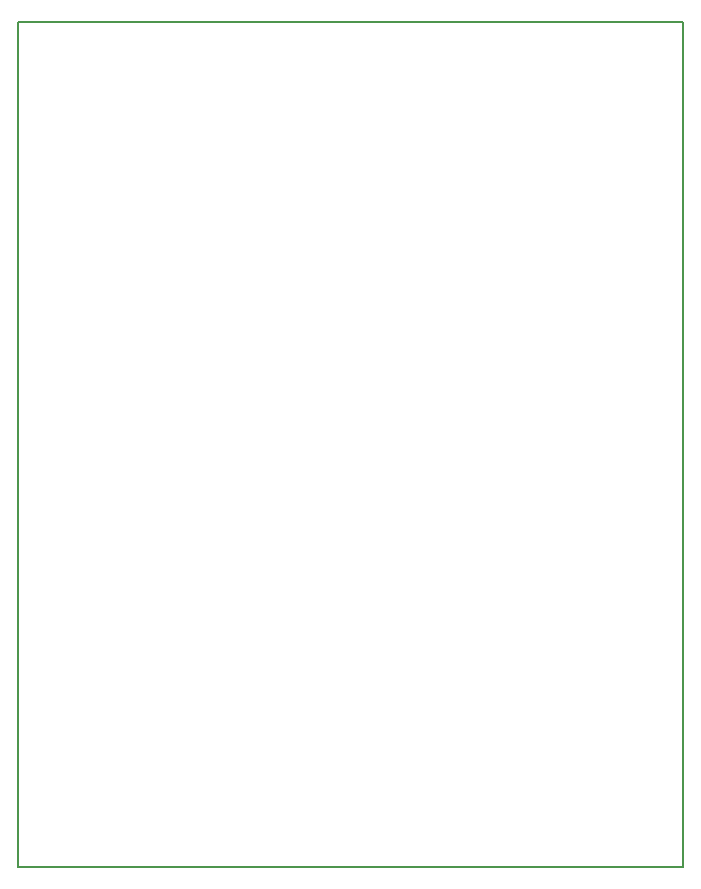
<source format=gm1>
G04 MADE WITH FRITZING*
G04 WWW.FRITZING.ORG*
G04 DOUBLE SIDED*
G04 HOLES PLATED*
G04 CONTOUR ON CENTER OF CONTOUR VECTOR*
%ASAXBY*%
%FSLAX23Y23*%
%MOIN*%
%OFA0B0*%
%SFA1.0B1.0*%
%ADD10R,2.226170X2.822850*%
%ADD11C,0.008000*%
%ADD10C,0.008*%
%LNCONTOUR*%
G90*
G70*
G54D10*
G54D11*
X4Y2819D02*
X2222Y2819D01*
X2222Y4D01*
X4Y4D01*
X4Y2819D01*
D02*
G04 End of contour*
M02*
</source>
